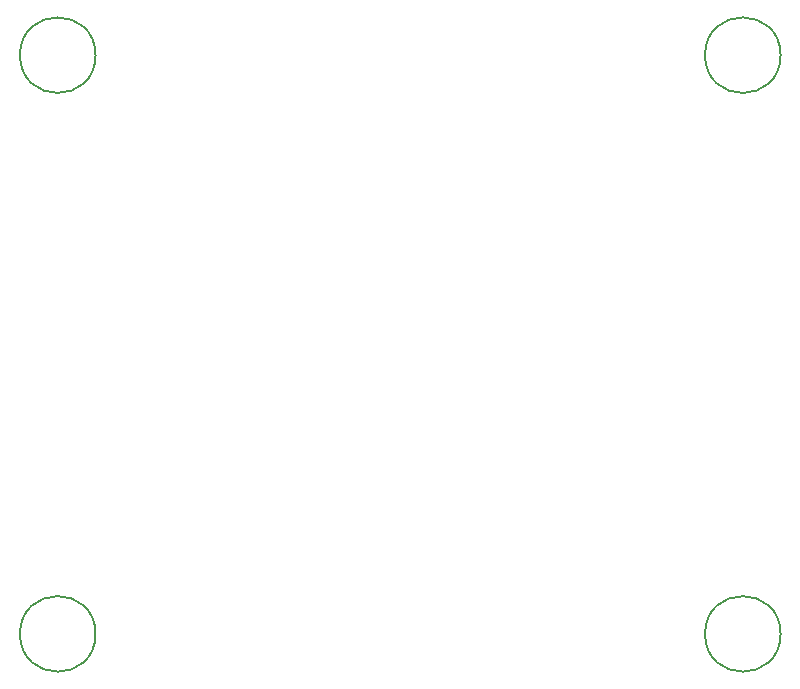
<source format=gbr>
%TF.GenerationSoftware,KiCad,Pcbnew,7.0.1*%
%TF.CreationDate,2024-03-07T06:40:02+01:00*%
%TF.ProjectId,AnthC,416e7468-432e-46b6-9963-61645f706362,M2-R4*%
%TF.SameCoordinates,Original*%
%TF.FileFunction,Other,Comment*%
%FSLAX46Y46*%
G04 Gerber Fmt 4.6, Leading zero omitted, Abs format (unit mm)*
G04 Created by KiCad (PCBNEW 7.0.1) date 2024-03-07 06:40:02*
%MOMM*%
%LPD*%
G01*
G04 APERTURE LIST*
%ADD10C,0.150000*%
G04 APERTURE END LIST*
D10*
%TO.C,MH1*%
X244700000Y-98500000D02*
G75*
G03*
X244700000Y-98500000I-3200000J0D01*
G01*
%TO.C,MH3*%
X244700000Y-147500000D02*
G75*
G03*
X244700000Y-147500000I-3200000J0D01*
G01*
%TO.C,MH4*%
X186700000Y-98500000D02*
G75*
G03*
X186700000Y-98500000I-3200000J0D01*
G01*
%TO.C,MH2*%
X186700000Y-147500000D02*
G75*
G03*
X186700000Y-147500000I-3200000J0D01*
G01*
%TD*%
M02*

</source>
